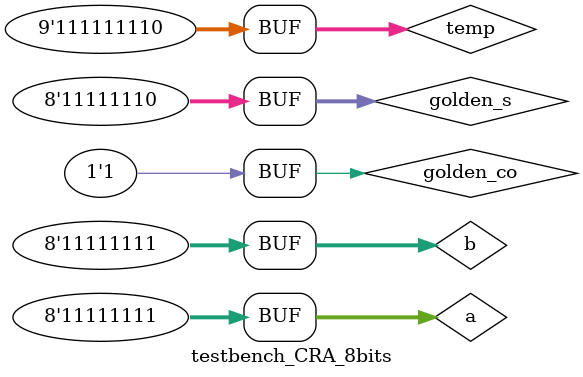
<source format=v>
`timescale 1ps/1ps
module testbench_CRA_8bits();
    reg [7:0] a, b;
    wire [7:0] s;
    wire co;

    CRA_8bits duv (
        .a(a),
        .b(b),
        .s(s),
        .co(co)
    );

    // Generate full test input
    initial begin
        for (a = 0; a < 255; a = a + 1) begin
            for (b = 0; b < 255; b = b + 1) begin
                #1;
                if (b==254) begin
                    b = 255;
                    #1;
                    b = 254;
                end 
            end

            if (a == 254) begin
                a = 255;
                for (b = 0; b < 255; b = b + 1) begin
                    #1;
                    if (b==254) begin
                        b = 255;
                        #1;
                        b = 254;
                    end 
                end
                a = 254;
            end          
        end
    end

    // Generate golden output
    wire [7:0] golden_s;
    wire [8:0] temp;
    wire golden_co;
    assign golden_s = a + b;
    assign temp = a + b;
    assign golden_co = temp[8];

    //Compare and warn if different
    initial begin
        if ((golden_s != s) | (golden_co != co)) begin
           $monitor("[%0t] Error: a = %b, b = %b, golden_s = %b, golden_co = %b, s = %b, co = %b",
                $time, a, b, golden_s, golden_co, s, co); 
        end
        else begin
            $monitor("[%0t] Pass: a = %b, b = %b, golden_s = s = %b, golden_co = co = %b",
                $time, a, b, s, co);
        end
    end

endmodule
</source>
